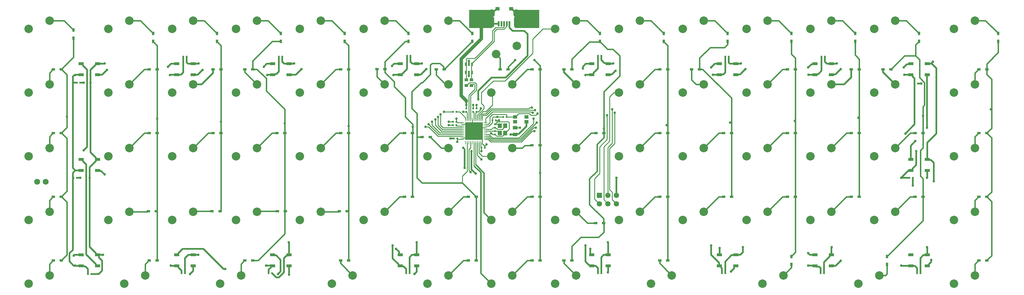
<source format=gbr>
%TF.GenerationSoftware,Altium Limited,Altium Designer,20.2.6 (244)*%
G04 Layer_Physical_Order=2*
G04 Layer_Color=16711680*
%FSLAX45Y45*%
%MOMM*%
%TF.SameCoordinates,2270FEAA-A680-44EA-805D-832D39C03FB4*%
%TF.FilePolarity,Positive*%
%TF.FileFunction,Copper,L2,Bot,Signal*%
%TF.Part,Single*%
G01*
G75*
%TA.AperFunction,Conductor*%
%ADD10C,0.50000*%
%ADD11C,0.40000*%
%ADD12C,0.25000*%
%TA.AperFunction,ComponentPad*%
%ADD16R,1.60000X1.60000*%
%ADD17C,1.60000*%
%ADD18O,1.70000X2.40000*%
%ADD19C,2.54000*%
%ADD20C,1.77800*%
%TA.AperFunction,ViaPad*%
%ADD21C,0.75000*%
%ADD22C,0.70000*%
%TA.AperFunction,SMDPad,CuDef*%
%ADD23R,1.50000X0.90000*%
%ADD24R,0.60000X1.10000*%
%ADD25R,0.80000X1.00000*%
%ADD26R,1.00000X0.80000*%
%ADD27R,0.60000X0.60000*%
%ADD28R,0.60000X0.60000*%
%ADD29R,1.00000X0.90000*%
%ADD30R,0.50000X1.60000*%
%ADD31R,2.10000X2.90000*%
%ADD32R,1.30000X1.00000*%
%ADD33R,1.15000X1.40000*%
%ADD34R,1.40000X1.00000*%
%ADD35R,1.15000X1.05000*%
%ADD36R,5.30000X5.30000*%
%ADD37R,1.05000X0.25000*%
%ADD38R,0.25000X1.05000*%
%TA.AperFunction,Conductor*%
%ADD39C,1.00000*%
%ADD40R,7.00000X5.50000*%
%ADD41R,7.25000X5.50000*%
D10*
X-1050000Y-800000D02*
Y-700000D01*
X2350000Y-927500D02*
Y-875000D01*
X-1050000Y-1150000D02*
Y-1050000D01*
X12250000Y-2600000D02*
Y-1230000D01*
X6416790Y-6826790D02*
X6446789D01*
X-12811548Y-1129783D02*
X-12800000Y-1118235D01*
X-12875000Y-6354141D02*
Y-4050000D01*
X-12845711Y-6826967D02*
X-12633033D01*
X3350000Y-4719000D02*
X3354000Y-4723000D01*
X3350000Y-4719000D02*
Y-4200000D01*
X-1125000Y-2025000D02*
Y-1900000D01*
X-400000Y420000D02*
Y460000D01*
X-480000Y340000D02*
X-400000Y420000D01*
X-520000Y340000D02*
X-480000D01*
X250000Y834999D02*
Y834999D01*
Y834999D02*
X307039Y777961D01*
X309567D01*
X365000Y722528D01*
Y495000D02*
Y722528D01*
X225000Y860000D02*
X250000Y834999D01*
X210000Y860000D02*
X225000D01*
X365000Y495000D02*
X400000Y460000D01*
X-365000Y720000D02*
Y722528D01*
X-286891Y800637D01*
X-284363D01*
X-250001Y834999D01*
X-225000D01*
X-200000Y860000D01*
X-400000Y460000D02*
X-365000Y495000D01*
Y720000D01*
X-350000Y410000D02*
X-160000D01*
X-400000Y460000D02*
X-350000Y410000D01*
X-1175000Y-3900000D02*
Y-3350000D01*
X-1225000Y-3300000D02*
X-1175000Y-3350000D01*
X-975000Y-3950000D02*
X-850000Y-4075000D01*
X-975000Y-3950000D02*
Y-3400000D01*
X9280000Y-6832500D02*
X9300000Y-6852500D01*
X9272500Y-6825000D02*
X9280000Y-6832500D01*
X194244Y-2900000D02*
X325000D01*
X438033Y-2886967D02*
X667500Y-2657500D01*
Y-2522500D01*
X325000Y-2900000D02*
X338033Y-2886967D01*
X438033D01*
X-6422500Y-6502500D02*
Y-6125000D01*
X9475000Y-1000000D02*
Y-575000D01*
X9377500Y-1097500D02*
X9475000Y-1000000D01*
X9280000Y-1117500D02*
X9300000Y-1097500D01*
X9377500D01*
X9575000Y-725000D02*
Y-575000D01*
X9637500Y-787500D02*
X9770000D01*
X9575000Y-725000D02*
X9637500Y-787500D01*
X6600000Y-1050000D02*
Y-575000D01*
X6540533Y-1109467D02*
X6600000Y-1050000D01*
X6422500Y-1117500D02*
X6430533Y-1109467D01*
X6540533D01*
X6700000Y-575000D02*
X6700000Y-575000D01*
Y-750000D02*
Y-575000D01*
X6737500Y-787500D02*
X6912500D01*
X6700000Y-750000D02*
X6737500Y-787500D01*
X2612500Y-1117500D02*
X2642500D01*
X2662500Y-1097500D01*
Y-1067500D01*
X2800000Y-930000D01*
Y-550000D01*
X2900000Y-675000D02*
Y-550000D01*
Y-675000D02*
X2994467Y-769467D01*
X3084467D02*
X3102500Y-787500D01*
X2994467Y-769467D02*
X3084467D01*
X-2900000Y-550000D02*
X-2900000Y-550000D01*
X-2900000Y-950000D02*
Y-550000D01*
X-3102500Y-1117500D02*
X-3082500Y-1097500D01*
X-3047500D01*
X-2900000Y-950000D01*
X-2800000Y-725000D02*
Y-550000D01*
X-2737500Y-787500D02*
X-2612500D01*
X-2800000Y-725000D02*
X-2737500Y-787500D01*
X-6625000Y-725000D02*
Y-575000D01*
Y-725000D02*
X-6562500Y-787500D01*
X-6422500D01*
X-6725000Y-1025000D02*
Y-575000D01*
X-6801967Y-1101967D02*
X-6725000Y-1025000D01*
X-6912500Y-1117500D02*
X-6896967Y-1101967D01*
X-6801967D01*
X-9475000Y-750000D02*
Y-575000D01*
X-9437500Y-787500D02*
X-9280000D01*
X-9475000Y-750000D02*
X-9437500Y-787500D01*
X-9575000Y-1050000D02*
Y-575000D01*
X-9642500Y-1117500D02*
X-9575000Y-1050000D01*
X-9770000Y-1117500D02*
X-9642500D01*
X-12350000Y-1350000D02*
Y-975000D01*
Y-3432500D02*
Y-1350000D01*
X-12650000D02*
X-12550000D01*
X-12875000Y-1350000D02*
Y-1166790D01*
Y-3900000D02*
Y-1350000D01*
X-12875000Y-1350000D02*
X-12750000D01*
X-12875000Y-1350000D02*
X-12875000Y-1350000D01*
X-12111967Y-6502500D02*
X-11977500D01*
X-12350000Y-3432500D02*
X-12187500Y-3595000D01*
X-12350000Y-975000D02*
X-12162500Y-787500D01*
X-12375000Y-4200708D02*
Y-3882500D01*
Y-6265000D02*
Y-4200708D01*
X-12750000Y-4200000D02*
X-12650000D01*
X-12137500Y-6502500D02*
X-12111967D01*
X-12091967Y-6522500D01*
Y-6583033D02*
Y-6522500D01*
Y-6583033D02*
X-12000000Y-6675000D01*
Y-6975000D02*
Y-6675000D01*
X-12325000Y-7075000D02*
X-12100000D01*
X-12000000Y-6975000D01*
X-12627500Y-6832500D02*
X-12610000Y-6850000D01*
X-12500000D01*
X-12425000Y-7075000D02*
Y-6925000D01*
X-12500000Y-6850000D02*
X-12425000Y-6925000D01*
X-12827499Y-6502500D02*
X-12627500D01*
X-12850000Y-6525000D02*
X-12827499Y-6502500D01*
X-12975000Y-6697677D02*
X-12845711Y-6826967D01*
X-12975000Y-6697677D02*
Y-6454141D01*
X-12875000Y-6354141D01*
X-12633033Y-6826967D02*
X-12627500Y-6832500D01*
X-9282500Y-6500000D02*
X-9280000Y-6502500D01*
X-9425000Y-6500000D02*
X-9282500D01*
X-9525000Y-7050000D02*
Y-6600000D01*
X-9425000Y-6500000D01*
X-9625000Y-7050000D02*
Y-6977501D01*
X-9720000Y-6882500D02*
X-9625000Y-6977501D01*
X-9720000Y-6882500D02*
Y-6852500D01*
X-9740000Y-6832500D02*
X-9720000Y-6852500D01*
X-9770000Y-6832500D02*
X-9740000D01*
X-6442500Y-6522500D02*
X-6422500Y-6502500D01*
X-6497500Y-6522500D02*
X-6442500D01*
X-6575000Y-6600000D02*
X-6497500Y-6522500D01*
X-6575000Y-7025000D02*
Y-6600000D01*
X-6725000Y-7175000D02*
X-6575000Y-7025000D01*
X-6675000Y-7000000D02*
Y-6650000D01*
X-6750000Y-7075000D02*
X-6675000Y-7000000D01*
X-6804467Y-6520533D02*
X-6675000Y-6650000D01*
X-6422500Y-7097500D02*
Y-6832500D01*
X-6422509Y-7097509D02*
X-6422500Y-7097500D01*
X-6800000Y-7175000D02*
X-6725000D01*
X-6925000Y-7050000D02*
X-6800000Y-7175000D01*
X-7025000Y-7050000D02*
Y-6945000D01*
X-6962500Y-6882500D01*
Y-6852500D01*
X-6942500Y-6832500D01*
X-6912500D01*
X-2752500Y-6502500D02*
X-2612500D01*
X-2825000Y-6575000D02*
X-2752500Y-6502500D01*
X-2825000Y-7050000D02*
Y-6575000D01*
X-3102500Y-6832500D02*
X-3085000Y-6850000D01*
X-3000000D01*
X-2925000Y-7050000D02*
Y-6925000D01*
X-3000000Y-6850000D02*
X-2925000Y-6925000D01*
X2972500Y-6502500D02*
X3102500D01*
X2900000Y-6575000D02*
X2972500Y-6502500D01*
X2900000Y-7050000D02*
Y-6575000D01*
X2612500Y-6832500D02*
X2613210Y-6833210D01*
X2733210D01*
X2800000Y-6900000D01*
Y-7050000D02*
Y-6900000D01*
X6906967Y-6508033D02*
X6912500Y-6502500D01*
X6791967Y-6508033D02*
X6906967D01*
X6600000Y-6700000D02*
X6791967Y-6508033D01*
X6600000Y-7050000D02*
Y-6700000D01*
X6500000Y-7050000D02*
Y-6910001D01*
X6472500Y-6882500D02*
X6500000Y-6910001D01*
X6472500Y-6882500D02*
Y-6852500D01*
X6446789Y-6826790D02*
X6472500Y-6852500D01*
X9300000D02*
X9402501D01*
X9450000Y-7050000D02*
Y-6900000D01*
X9402501Y-6852500D02*
X9450000Y-6900000D01*
X12616967Y-6513033D02*
X12627500Y-6502500D01*
X12511967Y-6513033D02*
X12616967D01*
X12425000Y-6600000D02*
X12511967Y-6513033D01*
X12425000Y-7050000D02*
Y-6600000D01*
X12137500Y-6832500D02*
X12138210Y-6833210D01*
X12258210D01*
X12325000Y-6900000D01*
Y-7050000D02*
Y-6900000D01*
X9550000Y-7050000D02*
Y-6722500D01*
X9720000Y-6552500D01*
Y-6522500D01*
X9740000Y-6502500D01*
X9770000D01*
X11850000Y-6825000D02*
X11850000Y-6825000D01*
X12200000Y-4425000D02*
Y-4200000D01*
X11850000D02*
X12100000D01*
X7068750Y-781250D02*
X7075000Y-775000D01*
X7062500Y-787500D02*
X7068750Y-781250D01*
X-2612500Y-6137500D02*
X-2606250Y-6131250D01*
X12350000Y-1375000D02*
X12450000D01*
X12627500Y-787500D02*
X12762500D01*
X12900000Y-2875000D02*
Y-925000D01*
X12762500Y-787500D02*
X12900000Y-925000D01*
X12745533Y-779467D02*
X12800000Y-725000D01*
X-1600000Y-3025000D02*
X-1500000D01*
X12117500Y-3995000D02*
X12137500Y-3975000D01*
X12055000Y-3995000D02*
X12117500D01*
X11850000Y-4200000D02*
X12055000Y-3995000D01*
X12825000Y-4300000D02*
Y-3750000D01*
X12627500Y-3645000D02*
X12644283Y-3661783D01*
X12736783D01*
X12825000Y-3750000D01*
X-9280000Y-787500D02*
X-9130000D01*
X-6422500D02*
X-6272500D01*
X-2612500D02*
X-2462500D01*
X3102500D02*
X3252500D01*
X9770000D02*
X9920000D01*
X6912500D02*
X7062500D01*
X-3350000Y-852500D02*
Y-850000D01*
X-12137500Y-787500D02*
X-11937500D01*
X-12162500D02*
X-12137500D01*
X-11937500D02*
X-11925000Y-775000D01*
X-10032500Y-875000D02*
X-9945000Y-787500D01*
X-9770000D01*
X-7175000Y-875000D02*
X-7087500Y-787500D01*
X-6912500D01*
X-12000000Y-1117500D02*
X-11857500Y-975000D01*
X-12137500Y-1117500D02*
X-12000000D01*
X-9280000D02*
X-9142500D01*
X-9000000Y-975000D01*
X-8692500Y-1067500D02*
Y-952500D01*
X-9027917Y-1402917D02*
X-8692500Y-1067500D01*
X-9283111Y-1402917D02*
X-9027917D01*
X-6422500Y-1117500D02*
X-6217500D01*
X-6050000Y-950000D01*
X-3287500Y-787500D02*
X-3102500D01*
X-3350000Y-850000D02*
X-3287500Y-787500D01*
X11310000Y-1041028D02*
X11671889Y-1402917D01*
X11310000Y-1041028D02*
Y-952500D01*
X-7060735Y-1117500D02*
X-6912500D01*
X-7068235Y-1125000D02*
X-7060735Y-1117500D01*
X-7075000Y-1125000D02*
X-7068235D01*
X-9960735Y-1117500D02*
X-9770000D01*
X-9968235Y-1125000D02*
X-9960735Y-1117500D01*
X-9975000Y-1125000D02*
X-9968235D01*
X-12837994Y-1129783D02*
X-12811548D01*
X-12788452Y-1120217D02*
X-12785735Y-1117500D01*
X-12875000Y-1166790D02*
X-12837994Y-1129783D01*
X-12797284Y-1120217D02*
X-12788452D01*
X-12800000Y-1118235D02*
Y-1117500D01*
X-12785735D02*
X-12627500D01*
X-12800000D02*
X-12797284Y-1120217D01*
X-3285735Y-1117500D02*
X-3102500D01*
X-3293235Y-1125000D02*
X-3285735Y-1117500D01*
X-3300000Y-1125000D02*
X-3293235D01*
X2437500Y-787500D02*
X2612500D01*
X2350000Y-875000D02*
X2437500Y-787500D01*
X-2612500Y-1117500D02*
X-2611789Y-1116789D01*
X-2491789D01*
X-2325000Y-950000D01*
X1785000Y-1041028D02*
X2146889Y-1402917D01*
X1785000Y-1041028D02*
Y-952500D01*
X6287500Y-787500D02*
X6422500D01*
X6175000Y-900000D02*
X6287500Y-787500D01*
X3102500Y-1117500D02*
X3113033Y-1106967D01*
X3218033D01*
X3325000Y-1000000D01*
X9075000Y-900000D02*
X9174467Y-800533D01*
X9274467D01*
X9287500Y-787500D01*
X7039283Y-1110717D02*
X7200000Y-950000D01*
X6926784Y-1110717D02*
X7039283D01*
X6920000Y-1117500D02*
X6926784Y-1110717D01*
X9770000Y-1117500D02*
X9776784Y-1110717D01*
X9889283D01*
X10050000Y-950000D01*
X12124467Y-800533D02*
X12137500Y-787500D01*
X12024467Y-800533D02*
X12124467D01*
X11925000Y-900000D02*
X12024467Y-800533D01*
X12626250Y-4198750D02*
X12627500Y-4197500D01*
X12625000Y-4200000D02*
X12626250Y-4198750D01*
X12627500Y-4197500D02*
Y-3975000D01*
X-8975000Y-6325000D02*
X-8375000Y-6925000D01*
X-8325000D01*
X-9592500Y-6325000D02*
X-8975000D01*
X-9127500Y-6502500D02*
X-9126250Y-6501250D01*
X-9280000Y-6502500D02*
X-9127500D01*
X-9770000D02*
X-9740000D01*
X-9720000Y-6482500D01*
Y-6452500D01*
X-9592500Y-6325000D01*
X-9280000Y-6980000D02*
Y-6832500D01*
X-9375000Y-7075000D02*
X-9280000Y-6980000D01*
X-9950000Y-6825000D02*
X-9943235D01*
X-9935735Y-6832500D02*
X-9770000D01*
X-9943235Y-6825000D02*
X-9935735Y-6832500D01*
X-6912500Y-6502500D02*
X-6894467Y-6520533D01*
X-6804467D01*
X-2612500Y-7012500D02*
Y-6832500D01*
X-2675000Y-7075000D02*
X-2612500Y-7012500D01*
X-3118033Y-6502500D02*
X-3102500D01*
X-3138033Y-6482500D02*
X-3118033Y-6502500D01*
X-3138033Y-6482500D02*
Y-6411967D01*
X-3225000Y-6325000D02*
X-3138033Y-6411967D01*
X3101250Y-7023750D02*
X3102500Y-7022500D01*
X3100000Y-7025000D02*
X3101250Y-7023750D01*
X3102500Y-7022500D02*
Y-6832500D01*
X2595000Y-6502500D02*
X2612500D01*
X2575000Y-6482500D02*
X2595000Y-6502500D01*
X2575000Y-6482500D02*
Y-6325000D01*
X6884467Y-6832500D02*
X6912500D01*
X6864467Y-6852500D02*
X6884467Y-6832500D01*
X6864467Y-6910533D02*
Y-6852500D01*
X6775000Y-7000000D02*
X6864467Y-6910533D01*
X6422500Y-6502500D02*
X6429394Y-6495606D01*
Y-6300000D01*
X9770000Y-6832500D02*
X9892500D01*
X10050000Y-6675000D01*
X9127500Y-6502500D02*
X9280000D01*
X9075000Y-6450000D02*
X9127500Y-6502500D01*
X12627500Y-6832500D02*
X12657500D01*
X12677500Y-6812500D01*
Y-6782500D01*
X12750000Y-6710001D01*
Y-6650000D01*
X11975000Y-2875000D02*
X12250000Y-2600000D01*
X12137500Y-3975000D02*
X12167500D01*
X12187500Y-3955000D01*
Y-3925000D01*
X12300000Y-3812500D01*
Y-3400000D01*
X12137500Y-1117500D02*
X12167500D01*
X12187500Y-1137500D01*
Y-1167500D02*
Y-1137500D01*
Y-1167500D02*
X12250000Y-1230000D01*
X12625000Y-1120001D02*
X12627500Y-1117500D01*
X12625000Y-2700000D02*
Y-1120001D01*
X12137500Y-3237500D02*
X12275000Y-3100000D01*
X12137500Y-3645000D02*
Y-3237500D01*
X9770000Y-6502500D02*
Y-6280000D01*
X9775000Y-6275000D01*
X7125000Y-6425000D02*
Y-6275000D01*
X6912500Y-6502500D02*
X7047500D01*
X7125000Y-6425000D01*
X3102500Y-6502500D02*
Y-6127500D01*
X-2612500Y-6502500D02*
Y-6137500D01*
X-11977500Y-6502500D02*
X-11976250Y-6501250D01*
X6175000Y-6500000D02*
Y-6225000D01*
X12627500Y-6502500D02*
Y-6277500D01*
Y-3645000D02*
Y-3147500D01*
X12900000Y-2875000D01*
X9075000Y-6825000D02*
X9272500D01*
X11864265Y-6832500D02*
X12137500D01*
X11856765Y-6825000D02*
X11864265Y-6832500D01*
X11850000Y-6825000D02*
X11856765D01*
X6175000Y-6500000D02*
X6416790Y-6741790D01*
Y-6826790D02*
Y-6741790D01*
X2425000Y-6700000D02*
Y-6225000D01*
X2592500Y-6812500D02*
X2612500Y-6832500D01*
X2537500Y-6812500D02*
X2592500D01*
X2425000Y-6700000D02*
X2537500Y-6812500D01*
X-3325000Y-6610000D02*
Y-6225000D01*
X-3132500Y-6832500D02*
X-3102500D01*
X-3152500Y-6812500D02*
X-3132500Y-6832500D01*
X-3152500Y-6812500D02*
Y-6782500D01*
X-3325000Y-6610000D02*
X-3152500Y-6782500D01*
X-6920000Y-6825000D02*
X-6912500Y-6832500D01*
X-7104367Y-6825000D02*
X-6920000D01*
X10357500Y-1192500D02*
Y-952500D01*
X10147083Y-1402917D02*
X10357500Y-1192500D01*
X9766889Y-1402917D02*
X10147083D01*
X9082500Y-1117500D02*
X9280000D01*
X6232500D02*
X6422500D01*
X2439265D02*
X2612500D01*
X2431765Y-1125000D02*
X2439265Y-1117500D01*
X2425000Y-1125000D02*
X2431765D01*
X11942500Y-1117500D02*
X12137500D01*
X-12137500Y-3975000D02*
X-12118217Y-3994283D01*
X-12030717D01*
X-11925000Y-4100000D01*
X-12627500Y-6502500D02*
X-12597500D01*
X-12577500Y-6522500D01*
X-12167500Y-6832500D02*
X-12137500D01*
X-12187500Y-6812500D02*
X-12167500Y-6832500D01*
X-12187500Y-6812500D02*
Y-6782500D01*
X-12475000Y-6495000D02*
X-12187500Y-6782500D01*
X-12627500Y-3645000D02*
X-12597500D01*
X-12577500Y-3665000D01*
Y-3695000D02*
Y-3665000D01*
Y-3695000D02*
X-12475000Y-3797500D01*
Y-6495000D02*
Y-3797500D01*
X-12550000Y-3375000D02*
X-12450000Y-3275000D01*
X-12627500Y-787500D02*
X-12597500D01*
X-12577500Y-807500D01*
Y-837500D02*
Y-807500D01*
Y-837500D02*
X-12450000Y-965000D01*
Y-3275000D02*
Y-965000D01*
X-12187500Y-3695000D02*
Y-3665000D01*
X-12375000Y-3882500D02*
X-12187500Y-3695000D01*
X-12167500Y-3645000D02*
X-12137500D01*
X-12187500Y-3625000D02*
X-12167500Y-3645000D01*
X-12187500Y-3625000D02*
Y-3595000D01*
Y-3665000D02*
X-12167500Y-3645000D01*
Y-6502500D02*
X-12137500D01*
X-12187500Y-6482500D02*
X-12167500Y-6502500D01*
X-12187500Y-6482500D02*
Y-6452500D01*
X-12375000Y-6265000D02*
X-12187500Y-6452500D01*
X-12875000Y-3900000D02*
X-12800000Y-3975000D01*
X-12627501D02*
X-12627500Y-3975000D01*
X-12800000Y-3975000D02*
X-12627501D01*
X-12875000Y-4050000D02*
X-12800000Y-3975000D01*
X-375000Y-1200000D02*
X50000D01*
X700000Y-550000D01*
X-775000Y-1600000D02*
X-375000Y-1200000D01*
X-775000Y-1850000D02*
Y-1600000D01*
X700000Y-550000D02*
Y100000D01*
X250000Y200000D02*
X600000D01*
X700000Y100000D01*
X160000Y290000D02*
Y410000D01*
Y290000D02*
X250000Y200000D01*
D11*
X2977500Y-2857500D02*
Y-1622500D01*
Y-2997500D02*
Y-2857500D01*
X2775000Y-3200000D02*
X2977500Y-2997500D01*
X2775000Y-4000000D02*
Y-3200000D01*
X2550000Y-5000000D02*
Y-4225000D01*
X2775000Y-4000000D01*
X2550000Y-5000000D02*
X2970000Y-5420000D01*
X2977500Y-5822500D02*
Y-5550000D01*
X2970000D02*
Y-5420000D01*
X1070000Y-3225000D02*
X1072500D01*
Y-4762500D02*
Y-3225000D01*
X1080000D01*
X1072500D02*
Y-952500D01*
Y-847500D01*
X2146889Y-5212917D02*
X2483972Y-5550000D01*
X2730000D01*
X2545000Y-130000D02*
X2857500D01*
X2970000Y-5550000D02*
X2977500D01*
X2295072Y-5979928D02*
X2820072D01*
X2977500Y-5822500D01*
X-5473111Y-5212917D02*
X-4932917D01*
X-4920000Y-5200000D01*
X-4642500Y-5400000D02*
Y-4762500D01*
X-10357500Y-5450000D02*
Y-4762500D01*
Y-2857500D01*
Y-2432380D01*
X-11188111Y-5212917D02*
X-10632917D01*
X-10620000Y-5200000D01*
X-7378111Y-5212917D02*
X-7365194Y-5200000D01*
X-6770000D01*
X-6547500Y-5300000D02*
Y-4762500D01*
X-9270194Y-5200000D02*
X-8720000D01*
X-9283111Y-5212917D02*
X-9270194Y-5200000D01*
X-8452500Y-5180000D02*
Y-2857500D01*
X-8480000Y-5200000D02*
X-8472500D01*
X-8452500Y-5180000D01*
X-10357500Y-2432380D02*
Y-952500D01*
X-4642500Y-2652501D02*
Y-952500D01*
X-6547500Y-2573179D02*
Y-2152500D01*
X-8452500Y-2520806D02*
Y-952500D01*
X-850000Y-3800000D02*
X-600000Y-4050000D01*
X-700000Y-7047000D02*
Y-4040000D01*
X-890000Y-3850000D02*
X-700000Y-4040000D01*
X-600000Y-5242000D02*
Y-4050000D01*
X12400000Y-1200000D02*
X12550000Y-1350000D01*
X12502500Y-2857500D02*
Y-2346880D01*
X12550000Y-2025000D02*
Y-1350000D01*
X12502500Y-2346880D02*
Y-2072500D01*
X12550000Y-2025000D01*
X12400000Y-1200000D02*
Y-667901D01*
X900000Y-675000D02*
X1072500Y-847500D01*
X120000Y-952500D02*
X124069Y-948431D01*
Y-875931D01*
X325000Y-675000D01*
X-600000Y-5242000D02*
X-381000Y-5461000D01*
X-700000Y-7047000D02*
X-381000Y-7366000D01*
X542083Y-3307917D02*
X619668Y-3230332D01*
X824668D02*
X830000Y-3225000D01*
X619668Y-3230332D02*
X824668D01*
X8692500Y-2857500D02*
Y-952500D01*
X-2725000Y-2676756D02*
Y-2600000D01*
Y-2845000D02*
Y-2676756D01*
X-1872083Y-3307917D02*
X-1663111D01*
X-2205000Y-2975000D02*
X-2195000D01*
X-2175000Y-2995000D01*
Y-3005000D02*
Y-2995000D01*
Y-3005000D02*
X-1872083Y-3307917D01*
X-2600000Y-2969315D02*
Y-2275000D01*
X-2750000Y-2125000D02*
X-2600000Y-2275000D01*
Y-4200000D02*
Y-2969315D01*
X-2594315Y-2975000D02*
X-2445000D01*
X-2600000Y-2969315D02*
X-2594315Y-2975000D01*
X-6547500Y-2857500D02*
Y-2573179D01*
X-8452500Y-2857500D02*
Y-2520806D01*
X-7740000Y-1041028D02*
X-7378111Y-1402917D01*
X-7740000Y-1041028D02*
Y-952500D01*
X-1704058Y-1361970D02*
X-1663111Y-1402917D01*
X-1788030Y-1361970D02*
X-1704058D01*
X-2025000Y-1125000D02*
X-1788030Y-1361970D01*
X-2025000Y-1125000D02*
Y-952500D01*
X-1807426Y-932500D02*
X-1755000D01*
X-2475000Y-1350000D02*
X-2443767D01*
X-1807426Y-932500D02*
Y-880073D01*
X-1912500Y-775000D02*
X-1807426Y-880073D01*
X-2150000Y-775000D02*
X-1912500D01*
X-2200000Y-1106233D02*
Y-825000D01*
X-2150000Y-775000D01*
X-2443767Y-1350000D02*
X-2200000Y-1106233D01*
X-7770000Y-6687500D02*
X-7750000Y-6667500D01*
X-7854361Y-6781861D02*
X-7770000Y-6697500D01*
Y-6687500D01*
X-7854361Y-7117917D02*
Y-6781861D01*
X-7750000Y-6667500D02*
X-7740000D01*
X12425000Y-4150000D02*
Y-3375000D01*
Y-4150000D02*
X12502500Y-4227500D01*
X12425000Y-3375000D02*
X12500000Y-3300000D01*
Y-2860000D01*
X12282099Y-220401D02*
X12352500Y-150000D01*
X12282099Y-550000D02*
Y-220401D01*
Y-550000D02*
X12400000Y-667901D01*
X11952500Y-550000D02*
X12282099D01*
X11550000Y-952500D02*
X11560000D01*
X11580000Y-932500D01*
Y-922500D01*
X11952500Y-550000D01*
X12502500Y-4762500D02*
Y-4227500D01*
X12500000Y-2860000D02*
X12502500Y-2857500D01*
X2025000Y-6250000D02*
X2295072Y-5979928D01*
X2025000Y-6667500D02*
Y-6250000D01*
X4882500Y-2857500D02*
Y-952500D01*
X6787500Y-2857500D02*
Y-1812500D01*
X10597500Y-2857500D02*
Y-952500D01*
X14550000Y-2715000D02*
Y-1250000D01*
X-10357500Y-6667500D02*
Y-5450000D01*
X2025000Y-650000D02*
X2545000Y-130000D01*
X2025000Y-952500D02*
Y-650000D01*
X2857500Y-130000D02*
X2877500Y-150000D01*
X2887500D01*
X3087500Y-350000D01*
X3250000D01*
X3450000Y-1150000D02*
Y-550000D01*
X3250000Y-350000D02*
X3450000Y-550000D01*
X2977500Y-1622500D02*
X3450000Y-1150000D01*
X1072500Y-6667500D02*
Y-4762500D01*
X-2600000Y-4200000D02*
X-2450000Y-4350000D01*
X-842500Y-4762500D02*
X-832500D01*
X-862500Y-4742500D02*
X-842500Y-4762500D01*
X-862500Y-4742500D02*
Y-4732500D01*
X-1245000Y-4350000D02*
X-862500Y-4732500D01*
X-2450000Y-4350000D02*
X-1245000D01*
X-832500Y-6667500D02*
Y-4762500D01*
X-2950000Y-2375000D02*
Y-1800000D01*
Y-2375000D02*
X-2725000Y-2600000D01*
X-2737500Y-2857500D02*
X-2725000Y-2845000D01*
X-2750000Y-1625000D02*
X-2475000Y-1350000D01*
X-2750000Y-2125000D02*
Y-1625000D01*
X-952500Y-130000D02*
Y-120000D01*
X-972500Y-150000D02*
X-952500Y-130000D01*
X-982500Y-150000D02*
X-972500D01*
X-1755000Y-922500D02*
X-982500Y-150000D01*
X-1755000Y-932500D02*
Y-922500D01*
X-4642500Y-2857500D02*
Y-2652501D01*
X-13050000Y-2373279D02*
Y-1117500D01*
Y-2692500D02*
Y-2373279D01*
X12352500Y-150000D02*
X12362500D01*
X12382500Y-130000D01*
Y-120000D01*
X11430000Y-6547500D02*
Y-6537500D01*
X11450000Y-6517500D01*
X11460000D01*
X12502500Y-5475000D01*
Y-4762500D01*
X11430000Y-7070000D02*
Y-6787500D01*
X11382083Y-7117917D02*
X11430000Y-7070000D01*
X11195639Y-7117917D02*
X11382083D01*
X8572500Y-497500D02*
Y-120000D01*
X8692500Y-952500D02*
Y-617500D01*
X8572500Y-497500D02*
X8692500Y-617500D01*
Y-4762500D02*
Y-2857500D01*
X8572500Y-6547500D02*
Y-6537500D01*
X8592500Y-6517500D01*
X8602500D01*
X8692500Y-6427500D01*
Y-4762500D01*
X8338139Y-7117917D02*
X8572500Y-6883556D01*
Y-6787500D01*
X6787500Y-4762500D02*
Y-2857500D01*
X5927500Y-952500D02*
X6787500Y-1812500D01*
X5835000Y-952500D02*
X5927500D01*
X6667500Y-207500D02*
Y-120000D01*
X6575000Y-300000D02*
X6667500Y-207500D01*
X6150000Y-300000D02*
X6575000D01*
X5835000Y-952500D02*
Y-615000D01*
X6150000Y-300000D01*
X5595000Y-1270000D02*
X5727917Y-1402917D01*
X5595000Y-1270000D02*
Y-952500D01*
X5727917Y-1402917D02*
X5956889D01*
X-6547500Y-4762500D02*
Y-2857500D01*
Y-5872500D02*
Y-5300000D01*
X-7500000Y-6667500D02*
X-7342500D01*
X-6547500Y-5872500D01*
X-7100000Y-1600000D02*
X-6547500Y-2152500D01*
X-7372500Y-952500D02*
X-7100000Y-1225000D01*
Y-1600000D02*
Y-1225000D01*
X-7500000Y-952500D02*
X-7372500D01*
X-7500000Y-700000D02*
X-6920000Y-120000D01*
X-7500000Y-952500D02*
Y-700000D01*
X-6920000Y-120000D02*
X-6667500D01*
X-2737500Y-4762500D02*
Y-2857500D01*
X-3275000Y-1475000D02*
X-2950000Y-1800000D01*
X-3275000Y-1475000D02*
Y-1325000D01*
X-3555000Y-1045000D02*
Y-950000D01*
Y-1045000D02*
X-3275000Y-1325000D01*
X-2945000Y-120000D02*
X-2857500D01*
X-3555000Y-730000D02*
X-2945000Y-120000D01*
X-3555000Y-950000D02*
Y-730000D01*
X-3795000Y-1176028D02*
X-3568111Y-1402917D01*
X-3795000Y-1176028D02*
Y-950000D01*
X241889Y-1402917D02*
X692306Y-952500D01*
X832500D01*
X-120000D02*
Y-623972D01*
X-241889Y-502083D02*
X-120000Y-623972D01*
X241889Y-3307917D02*
X542083D01*
X14437500Y-2827500D02*
X14550000Y-2715000D01*
X14437500Y-2837500D02*
Y-2827500D01*
X14407500Y-1107500D02*
Y-792500D01*
X14417500Y-2857500D02*
X14437500Y-2837500D01*
Y-2887500D02*
Y-2877500D01*
X14550000Y-4620000D02*
Y-3000000D01*
X14437500Y-2887500D02*
X14550000Y-3000000D01*
X14407500Y-792500D02*
X14750000Y-450000D01*
Y-120000D01*
X14407500Y-1107500D02*
X14550000Y-1250000D01*
X10597500Y-4762500D02*
Y-2857500D01*
Y-952500D02*
X10600000Y-950000D01*
Y-650000D01*
X10477500Y-527500D02*
Y-120000D01*
Y-527500D02*
X10600000Y-650000D01*
X4642500Y-6756028D02*
X5004389Y-7117917D01*
X4642500Y-6756028D02*
Y-6667500D01*
X4882500Y-4762500D02*
Y-2857500D01*
Y-6667500D02*
Y-4762500D01*
X4762500Y-130000D02*
Y-120000D01*
Y-130000D02*
X4782500Y-150000D01*
X4792500D01*
X4882500Y-240000D01*
Y-952500D02*
Y-240000D01*
X1785000Y-6756028D02*
X2146889Y-7117917D01*
X1785000Y-6756028D02*
Y-6667500D01*
X241889Y-7117917D02*
X692306Y-6667500D01*
X832500D01*
X-1663111Y-7117917D02*
X-1212694Y-6667500D01*
X-1072500D01*
X-4882500Y-6756028D02*
X-4520611Y-7117917D01*
X-4882500Y-6756028D02*
Y-6667500D01*
X-4642500Y-4762500D02*
Y-2857500D01*
Y-6667500D02*
Y-5400000D01*
X-4762500Y-130000D02*
Y-120000D01*
Y-130000D02*
X-4742500Y-150000D01*
X-4732500D01*
X-4642500Y-240000D01*
Y-952500D02*
Y-240000D01*
X-8572500Y-130000D02*
Y-120000D01*
Y-130000D02*
X-8552500Y-150000D01*
X-8542500D01*
X-8452500Y-240000D01*
Y-952500D02*
Y-240000D01*
X-10477500Y-130000D02*
Y-120000D01*
Y-130000D02*
X-10457500Y-150000D01*
X-10447500D01*
X-10357500Y-240000D01*
Y-952500D02*
Y-240000D01*
X-13214999Y-952500D02*
X-13205000D01*
X-13185001Y-932500D01*
Y-922500D01*
X-12850000Y-587500D01*
Y-20000D01*
X-13205000Y-952500D02*
X-13185001Y-972500D01*
Y-982500D02*
Y-972500D01*
Y-982500D02*
X-13050000Y-1117500D01*
X-13214999Y-2857500D02*
X-13205000D01*
X-13185001Y-2837500D01*
Y-2827500D01*
X-13050000Y-2692500D01*
X-13205000Y-2857500D02*
X-13185001Y-2877500D01*
Y-2887500D02*
Y-2877500D01*
Y-2887500D02*
X-13050000Y-3022500D01*
Y-4597500D02*
Y-3022500D01*
X-13214999Y-4762500D02*
X-13205000D01*
X-13185001Y-4742500D01*
Y-4732500D01*
X-13050000Y-4597500D01*
X-13205000Y-4762500D02*
X-13185001Y-4782500D01*
Y-4792500D02*
Y-4782500D01*
Y-4792500D02*
X-13050000Y-4927500D01*
Y-6502500D02*
Y-4927500D01*
X-13214999Y-6667500D02*
X-13205000D01*
X-13185001Y-6647500D01*
Y-6637500D01*
X-13050000Y-6502500D01*
X-13569360Y502083D02*
X-13132083D01*
X-12880000Y250000D01*
X-12870000D01*
X-12850000Y230000D01*
Y220000D02*
Y230000D01*
X-11188111Y502083D02*
X-10859583D01*
X-10507500Y150000D01*
X-10497500D01*
X-10477500Y130000D01*
Y120000D02*
Y130000D01*
X-9283111Y502083D02*
X-8954583D01*
X-8602500Y150000D01*
X-8592500D01*
X-8572500Y130000D01*
Y120000D02*
Y130000D01*
X-7378111Y502083D02*
X-7049583D01*
X-6697500Y150000D01*
X-6687500D01*
X-6667500Y130000D01*
Y120000D02*
Y130000D01*
X-5473111Y502083D02*
X-5144583D01*
X-4792500Y150000D01*
X-4782500D01*
X-4762500Y130000D01*
Y120000D02*
Y130000D01*
X-3568111Y502083D02*
X-3239583D01*
X-2887500Y150000D01*
X-2877500D01*
X-2857500Y130000D01*
Y120000D02*
Y130000D01*
X-1663111Y502083D02*
X-1334583D01*
X-982500Y150000D01*
X-972500D01*
X-952500Y130000D01*
Y120000D02*
Y130000D01*
X2146889Y502083D02*
X2475417D01*
X2827500Y150000D01*
X2837500D01*
X2857500Y130000D01*
Y120000D02*
Y130000D01*
X4051889Y502083D02*
X4380417D01*
X4732500Y150000D01*
X4742500D01*
X4762500Y130000D01*
Y120000D02*
Y130000D01*
X5956889Y502083D02*
X6285417D01*
X6637500Y150000D01*
X6647500D01*
X6667500Y130000D01*
Y120000D02*
Y130000D01*
X7861889Y502083D02*
X8190417D01*
X8542500Y150000D01*
X8552500D01*
X8572500Y130000D01*
Y120000D02*
Y130000D01*
X9766889Y502083D02*
X10095417D01*
X10447500Y150000D01*
X10457500D01*
X10477500Y130000D01*
Y120000D02*
Y130000D01*
X11671889Y502083D02*
X12000417D01*
X12352500Y150000D01*
X12362500D01*
X12382500Y130000D01*
Y120000D02*
Y130000D01*
X14407500Y-6667500D02*
X14417500D01*
X14437500Y-6647500D01*
Y-6637500D01*
X14550000Y-6525000D01*
X14407500Y-4762500D02*
X14417500D01*
X14437500Y-4782500D01*
Y-4792500D02*
Y-4782500D01*
Y-4792500D02*
X14550000Y-4905000D01*
Y-6525000D02*
Y-4905000D01*
X14417500Y-4762500D02*
X14437500Y-4742500D01*
Y-4732500D01*
X14550000Y-4620000D01*
X14407500Y-2857500D02*
X14417500D01*
X14437500Y-2877500D01*
X14053139Y502083D02*
X14367917D01*
X14720000Y150000D01*
X14730000D01*
X14750000Y130000D01*
Y120000D02*
Y130000D01*
X14053139Y-1402917D02*
Y-1066861D01*
X14137500Y-982500D01*
Y-972500D01*
X14157500Y-952500D01*
X14167500D01*
X14053139Y-3307917D02*
Y-2971861D01*
X14137500Y-2887500D01*
Y-2877500D01*
X14157500Y-2857500D01*
X14167500D01*
X14053139Y-5212917D02*
Y-4876861D01*
X14137500Y-4792500D01*
Y-4782500D01*
X14157500Y-4762500D01*
X14167500D01*
X14053139Y-7117917D02*
Y-6781861D01*
X14137500Y-6697500D01*
Y-6687500D01*
X14157500Y-6667500D01*
X14167500D01*
X8312306Y-952500D02*
X8452500D01*
X7861889Y-1402917D02*
X8312306Y-952500D01*
X4502306D02*
X4642500D01*
X4051889Y-1402917D02*
X4502306Y-952500D01*
X2597306Y-2857500D02*
X2737500D01*
X2146889Y-3307917D02*
X2597306Y-2857500D01*
X4502306D02*
X4642500D01*
X4051889Y-3307917D02*
X4502306Y-2857500D01*
X6407306D02*
X6547500D01*
X5956889Y-3307917D02*
X6407306Y-2857500D01*
X8312306D02*
X8452500D01*
X7861889Y-3307917D02*
X8312306Y-2857500D01*
X10217306D02*
X10357500D01*
X9766889Y-3307917D02*
X10217306Y-2857500D01*
X12122306D02*
X12262500D01*
X11671889Y-3307917D02*
X12122306Y-2857500D01*
Y-4762500D02*
X12262500D01*
X11671889Y-5212917D02*
X12122306Y-4762500D01*
X10217306D02*
X10357500D01*
X9766889Y-5212917D02*
X10217306Y-4762500D01*
X8312306D02*
X8452500D01*
X7861889Y-5212917D02*
X8312306Y-4762500D01*
X6407306D02*
X6547500D01*
X5956889Y-5212917D02*
X6407306Y-4762500D01*
X4502306D02*
X4642500D01*
X4051889Y-5212917D02*
X4502306Y-4762500D01*
X692306D02*
X832500D01*
X241889Y-5212917D02*
X692306Y-4762500D01*
X-5022694Y-952500D02*
X-4882500D01*
X-5473111Y-1402917D02*
X-5022694Y-952500D01*
X-3117694Y-2857500D02*
X-2977500D01*
X-3568111Y-3307917D02*
X-3117694Y-2857500D01*
X-1212694Y-4762500D02*
X-1072500D01*
X-1663111Y-5212917D02*
X-1212694Y-4762500D01*
X-3117694D02*
X-2977500D01*
X-3568111Y-5212917D02*
X-3117694Y-4762500D01*
X-5022694Y-2857500D02*
X-4882500D01*
X-5473111Y-3307917D02*
X-5022694Y-2857500D01*
X-6927694D02*
X-6787500D01*
X-7378111Y-3307917D02*
X-6927694Y-2857500D01*
X-8832694D02*
X-8692500D01*
X-9283111Y-3307917D02*
X-8832694Y-2857500D01*
X-10737694Y-952500D02*
X-10597500D01*
X-11188111Y-1402917D02*
X-10737694Y-952500D01*
Y-2857500D02*
X-10597500D01*
X-11188111Y-3307917D02*
X-10737694Y-2857500D01*
X-10607500Y-6667500D02*
X-10597500D01*
X-10627500Y-6687500D02*
X-10607500Y-6667500D01*
X-10627500Y-6697500D02*
Y-6687500D01*
X-10711861Y-6781861D02*
X-10627500Y-6697500D01*
X-10711861Y-7117917D02*
Y-6781861D01*
X-13464999Y-6667500D02*
X-13455000D01*
X-13485001Y-6687500D02*
X-13464999Y-6667500D01*
X-13485001Y-6697500D02*
Y-6687500D01*
X-13569360Y-6781861D02*
X-13485001Y-6697500D01*
X-13569360Y-7117917D02*
Y-6781861D01*
X-13464999Y-4762500D02*
X-13455000D01*
X-13485001Y-4782500D02*
X-13464999Y-4762500D01*
X-13485001Y-4792500D02*
Y-4782500D01*
X-13569360Y-4876861D02*
X-13485001Y-4792500D01*
X-13569360Y-5212917D02*
Y-4876861D01*
X-13464999Y-2857500D02*
X-13455000D01*
X-13485001Y-2877500D02*
X-13464999Y-2857500D01*
X-13485001Y-2887500D02*
Y-2877500D01*
X-13569360Y-2971861D02*
X-13485001Y-2887500D01*
X-13569360Y-3307917D02*
Y-2971861D01*
Y-1402917D02*
Y-1066861D01*
X-13485001Y-982500D01*
Y-972500D01*
X-13464999Y-952500D01*
X-13455000D01*
D12*
X-972500Y-1032500D02*
X-955000Y-1050000D01*
X-972500Y-1032500D02*
Y-995355D01*
X-975000Y-992855D02*
X-972500Y-995355D01*
X-975000Y-992855D02*
Y-845000D01*
X-967145Y-787855D02*
X-300000Y-120710D01*
X-975000Y-845000D02*
X-955000Y-825000D01*
X-967145Y-787855D02*
X-955000Y-800000D01*
Y-825000D02*
Y-800000D01*
X-1110355Y-625000D02*
X-875000D01*
X-1125000Y-639645D02*
X-1110355Y-625000D01*
X-875000D02*
X-350000Y-100000D01*
X-1125000Y-800000D02*
Y-639645D01*
Y-1050000D02*
Y-800000D01*
Y-1265000D02*
Y-1100000D01*
X-975000Y-1265000D02*
Y-1100000D01*
X3225000Y-2150000D02*
Y-2138530D01*
Y-3166624D02*
Y-2150000D01*
X3300000Y-3175000D02*
Y-2250000D01*
X3150000Y-3325000D02*
X3300000Y-3175000D01*
X3075000Y-3050000D02*
Y-2325000D01*
X975000Y-2550000D02*
Y-2547500D01*
X3100000Y-3291624D02*
X3225000Y-3166624D01*
X2850000Y-3275000D02*
X3075000Y-3050000D01*
X2975000Y-3275000D02*
X3150000Y-3100000D01*
Y-1775000D02*
X3274000Y-1651000D01*
X3150000Y-3100000D02*
Y-1775000D01*
X950000Y-2325000D02*
X1000000Y-2275000D01*
X3150000Y-4550000D02*
X3225000Y-4625000D01*
X3150000Y-4550000D02*
Y-3325000D01*
X3100000Y-4723000D02*
Y-3291624D01*
X3225000Y-4848000D02*
X3354000Y-4977000D01*
X3225000Y-4848000D02*
Y-4625000D01*
X2975000Y-4852000D02*
Y-3275000D01*
X2850000Y-4075000D02*
Y-3275000D01*
X2700000Y-4831000D02*
Y-4225000D01*
X2850000Y-4075000D01*
X2700000Y-4831000D02*
X2846000Y-4977000D01*
X800000Y-2325000D02*
X950000D01*
X750000Y-2275000D02*
X800000Y-2325000D01*
X332500Y-2377500D02*
X337500D01*
X377500Y-2337500D01*
Y-2332500D01*
X435000Y-2275000D01*
X750000D01*
X-350000Y-2225000D02*
X798970D01*
X814404Y-2240433D02*
X840433D01*
X850000Y-2250000D01*
X798970Y-2225000D02*
X814404Y-2240433D01*
X-552500Y-2427500D02*
X-350000Y-2225000D01*
X-550000Y-2281568D02*
X-403432Y-2135000D01*
X-525000Y-2325000D02*
X-375000Y-2175000D01*
X-403432Y-2135000D02*
X734039D01*
X769039Y-2100000D01*
X-375000Y-2175000D02*
X925000D01*
X769039Y-2100000D02*
X825000D01*
X3274000Y-1651000D02*
X3429000D01*
X2975000Y-4852000D02*
X3100000Y-4977000D01*
X-850000Y-3800000D02*
Y-3194823D01*
X-850000Y-3194822D01*
Y-3147500D01*
X-225000Y250000D02*
X710D01*
X44645Y293934D02*
Y293935D01*
X67500Y316790D02*
Y397500D01*
X-5355Y314645D02*
Y404645D01*
X710Y250000D02*
X44645Y293934D01*
X-300000Y175000D02*
X-225000Y250000D01*
X-5355Y404645D02*
X0Y410000D01*
X-350000Y195710D02*
X-245710Y300000D01*
X-20000D01*
X44645Y293935D02*
X67500Y316790D01*
X-20000Y300000D02*
X-5355Y314645D01*
X-1050000Y-1725000D02*
X-875000Y-1550000D01*
X-1000000Y-2452500D02*
Y-1745710D01*
X-825000Y-1570710D01*
X-1050000Y-2452500D02*
Y-1725000D01*
X-170000Y-2600000D02*
X-130000Y-2640000D01*
X-275000Y-2600000D02*
X-170000D01*
X-1245000Y-4145000D02*
X-1100000Y-4000000D01*
Y-3147500D01*
X-900000Y-3375754D02*
Y-3147500D01*
Y-3375754D02*
X-897500Y-3378254D01*
Y-3842500D02*
Y-3378254D01*
X-800000Y-3525846D02*
Y-3147500D01*
X-1050000Y-3971072D02*
Y-3352186D01*
Y-3971072D02*
X-1004801Y-4016271D01*
X-1050000Y-3352186D02*
X-1000000Y-3302186D01*
Y-3147500D01*
X-1004801Y-4029801D02*
Y-4016271D01*
X-897500Y-3842500D02*
X-890000Y-3850000D01*
X-800000Y-3525846D02*
X-675845Y-3650000D01*
X-525000Y-3200000D02*
Y-3197500D01*
X-675000Y-3400000D02*
Y-3300000D01*
X-575000D02*
Y-3247145D01*
X-650000Y-3187500D02*
Y-3050000D01*
Y-3187500D02*
X-634645D01*
X-575000Y-3247145D01*
X-572145D02*
X-525000Y-3200000D01*
X-400000Y-3125000D02*
X513137D01*
X875000Y-2575000D02*
Y-2425000D01*
X513137Y-3125000D02*
X838137Y-2800000D01*
X501568Y-3080000D02*
X881568Y-2700000D01*
X450000Y-3000000D02*
X875000Y-2575000D01*
X-383137Y-3080000D02*
X501568D01*
X-456568Y-2950000D02*
X-366568Y-3040000D01*
X485000D02*
X975000Y-2550000D01*
X-350000Y-3000000D02*
X450000D01*
X-366568Y-3040000D02*
X485000D01*
X-463136Y-3000000D02*
X-383137Y-3080000D01*
X-475000Y-3050000D02*
X-400000Y-3125000D01*
X-450000Y-2900000D02*
X-350000Y-3000000D01*
X838137Y-2800000D02*
X900000D01*
X881568Y-2700000D02*
X950000D01*
X325000D02*
X475000D01*
X-208937Y-2375000D02*
X-25000D01*
X-325000D02*
X-208937D01*
X-1245000Y-4350000D02*
Y-4145000D01*
X-187742Y-2475000D02*
X-162742Y-2450000D01*
X-950000Y-2640000D02*
Y-2452500D01*
X-1140000Y-2600000D02*
X-1120000Y-2580000D01*
X-1140000Y-3000000D02*
X-1120000Y-3020000D01*
X30000Y-2860000D02*
Y-2847500D01*
Y-2872500D02*
Y-2860000D01*
X-750000Y-3450000D02*
X-644000Y-3556000D01*
X-381000D01*
X-750000Y-3450000D02*
Y-3147500D01*
X-772145Y-2222145D02*
X-700000Y-2150000D01*
Y-2125000D01*
X-675000Y-1975000D02*
Y-1650000D01*
X-800000Y-2325000D02*
X-600000Y-2125000D01*
X-675000Y-1975000D02*
X-600000Y-2050000D01*
Y-2125000D02*
Y-2050000D01*
X-825000Y-2225000D02*
X-822145Y-2222145D01*
X-772145D01*
X-1222145Y-2222145D02*
X-1127855D01*
X-1425000Y-2225000D02*
X-1325000D01*
X-1150000Y-2452500D02*
Y-2400000D01*
X-1325000Y-2225000D02*
X-1150000Y-2400000D01*
X-1127855Y-2222145D02*
X-1125000Y-2225000D01*
X-552500Y-3050000D02*
X-475000D01*
X-552500Y-3000000D02*
X-463136D01*
X-552500Y-2950000D02*
X-456568D01*
X-275000Y-2900000D02*
X-217499Y-2957501D01*
X-391538Y-2866538D02*
X-378008D01*
X-344546Y-2900000D01*
X-275000D01*
X-552500Y-2900000D02*
X-450000D01*
X-217499Y-2957501D02*
X-55000D01*
X30000Y-2872500D01*
X-552500Y-2550000D02*
Y-2427500D01*
X-425000Y-2375000D02*
X-350000Y-2300000D01*
X-425000Y-2550000D02*
Y-2375000D01*
X-350000Y-2300000D02*
X60355D01*
X75000Y-2375000D02*
Y-2314645D01*
X60355Y-2300000D02*
X75000Y-2314645D01*
X-350000Y-2400000D02*
X-325000Y-2375000D01*
X-350000Y-2475000D02*
Y-2400000D01*
X-475000Y-2600000D02*
X-425000Y-2550000D01*
X75000Y-2375000D02*
X330000D01*
X332500Y-2377500D01*
X75000Y-2375000D02*
X75000Y-2375000D01*
X-625000Y-2325000D02*
X-525000D01*
X-650000Y-2452500D02*
Y-2350000D01*
X-625000Y-2325000D01*
X-643432Y-2281568D02*
X-550000D01*
X-700000Y-2452500D02*
Y-2338137D01*
X-643432Y-2281568D01*
X-542500Y-2217500D02*
X-350000Y-2025000D01*
X-635931Y-2217500D02*
X-542500D01*
X-750000Y-2331568D02*
X-635931Y-2217500D01*
X-800000Y-2452500D02*
Y-2325000D01*
X-750000Y-2452500D02*
Y-2331568D01*
X-1425000Y-2525000D02*
Y-2425000D01*
X-1425000Y-2425000D01*
X-1400000Y-2550000D02*
X-1247500D01*
X-1425000Y-2525000D02*
X-1400000Y-2550000D01*
X-1400000Y-3125000D02*
Y-3025000D01*
X-1375000Y-3050000D02*
X-1247500D01*
X-1400000Y-3025000D02*
X-1375000Y-3050000D01*
X-2350000Y-2675000D02*
X-2250000D01*
X-1975000Y-2950000D01*
X-1950000Y-2900000D02*
X-1247500D01*
X-2250000Y-2600000D02*
X-1950000Y-2900000D01*
X-1975000Y-2950000D02*
X-1247500D01*
X-2150000Y-2624999D02*
X-1924237Y-2850762D01*
X-2150000Y-2624999D02*
Y-2525000D01*
X-1924237Y-2850762D02*
X-1344194D01*
X-1824999Y-2700000D02*
X-1247500D01*
X-1900000Y-2624999D02*
Y-2300000D01*
X-1975000Y-2624999D02*
Y-2375000D01*
X-2050000Y-2625000D02*
X-1875000Y-2800000D01*
X-1247500D01*
X-1900000Y-2624999D02*
X-1824999Y-2700000D01*
X-2050000Y-2625000D02*
Y-2450000D01*
X-1849999Y-2750000D02*
X-1247500D01*
X-1975000Y-2624999D02*
X-1849999Y-2750000D01*
X-1343432Y-2850000D02*
X-1247500D01*
X-1344194Y-2850762D02*
X-1343432Y-2850000D01*
X-1650000Y-2625000D02*
X-1525000D01*
X-1800000Y-2225000D02*
X-1525000D01*
X-552500Y-2600000D02*
X-475000D01*
X-350000Y-100000D02*
Y195710D01*
X-300000Y-120710D02*
Y175000D01*
X-150000Y-2475000D02*
Y-2462742D01*
X-162742Y-2450000D02*
X-150000Y-2462742D01*
X-1650000Y-2525000D02*
X-1525000D01*
X-381000Y-1651000D02*
X-350000Y-1682000D01*
Y-2025000D02*
Y-1682000D01*
X1154000Y254000D02*
X1524000D01*
X850000Y-50000D02*
X1154000Y254000D01*
X25000Y-1300000D02*
X850000Y-475000D01*
Y-50000D01*
X-675000Y-1650000D02*
X-325000Y-1300000D01*
X25000D01*
X-825000Y-1570710D02*
Y-1393934D01*
X-875000Y-1550000D02*
Y-1414645D01*
X-825000Y-2125000D02*
Y-2025000D01*
X-925000Y-2125000D02*
Y-2025000D01*
X-1125000Y-2125000D02*
Y-2025000D01*
X-250000Y-2475000D02*
X-187742D01*
X-250000D02*
X-200000Y-2525000D01*
X-275000Y-2600000D02*
X-200000Y-2525000D01*
X-350000Y-2550000D02*
Y-2475000D01*
X-450000Y-2650000D02*
X-350000Y-2550000D01*
X-552500Y-2650000D02*
X-450000D01*
X-200000Y-2525000D02*
X125000D01*
X150000Y-2550000D01*
X30000Y-2847500D02*
X75000Y-2802500D01*
X87500D01*
X150000Y-2740000D01*
Y-2550000D01*
X-15000Y-2685000D02*
X30000Y-2640000D01*
X-15000Y-2715000D02*
Y-2685000D01*
X-25000Y-2725000D02*
X-15000Y-2715000D01*
X-25000Y-2725000D02*
Y-2725000D01*
X-50000Y-2750000D02*
X-25000Y-2725000D01*
X-200000Y-2750000D02*
X-50000D01*
X-275000Y-2700000D02*
X-257500Y-2717500D01*
X-232500D01*
X-200000Y-2750000D01*
X-277855Y-2702855D02*
X-275000Y-2700000D01*
X-327855Y-2702855D02*
X-277855D01*
X-375000Y-2750000D02*
X-327855Y-2702855D01*
X-552500Y-2750000D02*
X-375000D01*
X-552500Y-2800000D02*
X-275000D01*
X-130000Y-2860000D02*
Y-2847500D01*
X-175000Y-2802500D02*
X-130000Y-2847500D01*
X-187500Y-2802500D02*
X-175000D01*
X-190001Y-2800000D02*
X-187500Y-2802500D01*
X-275000Y-2800000D02*
X-190001D01*
X-700000Y-3275000D02*
X-675000Y-3300000D01*
X-700000Y-3275000D02*
Y-3147500D01*
X-1425000Y-2650000D02*
X-1247500D01*
X-680000Y-3020000D02*
X-650000Y-3050000D01*
X-1247500Y-3000000D02*
X-1140000D01*
X-1247500Y-2600000D02*
X-1140000D01*
X-670000Y-2700000D02*
X-552500D01*
X-680000Y-2690000D02*
X-670000Y-2700000D01*
X-950000Y-2640000D02*
X-900000Y-2690000D01*
X-850000Y-2452500D02*
Y-2250000D01*
X-825000Y-2225000D01*
X-900000Y-2452500D02*
Y-2250000D01*
X-925000Y-2225000D02*
X-900000Y-2250000D01*
X-1100000Y-2452500D02*
Y-2250000D01*
X-1125000Y-2225000D02*
X-1100000Y-2250000D01*
X-922855Y-1400000D02*
X-889645D01*
X-875000Y-1414645D01*
X-975000Y-1435000D02*
X-942500Y-1402500D01*
X-1035000Y-1350000D02*
X-868935D01*
X-825000Y-1393934D01*
X-942500Y-1402500D02*
X-925355D01*
X-922855Y-1400000D01*
X-1120000Y-1435000D02*
X-1035000Y-1350000D01*
X-1125000Y-1435000D02*
X-1120000D01*
X67500Y397500D02*
X80000Y410000D01*
D16*
X2846000Y-4723000D02*
D03*
D17*
Y-4977000D02*
D03*
X3100000Y-4723000D02*
D03*
Y-4977000D02*
D03*
X3354000Y-4723000D02*
D03*
Y-4977000D02*
D03*
D18*
X-365000Y720000D02*
D03*
X365000D02*
D03*
D19*
X-241889Y-502083D02*
D03*
X381000Y-254000D02*
D03*
X11049000Y254000D02*
D03*
X11671889Y502083D02*
D03*
Y-1402917D02*
D03*
X11049000Y-1651000D02*
D03*
X-14192250Y-3556000D02*
D03*
X-13569360Y-3307917D02*
D03*
X11049000Y-3556000D02*
D03*
X11671889Y-3307917D02*
D03*
X13430251Y-3556000D02*
D03*
X14053139Y-3307917D02*
D03*
X1524000Y-7366000D02*
D03*
X2146889Y-7117917D02*
D03*
X5004389D02*
D03*
X4381500Y-7366000D02*
D03*
X14053139Y-7117917D02*
D03*
X13430251Y-7366000D02*
D03*
X14053139Y-1402917D02*
D03*
X13430251Y-1651000D02*
D03*
X-5143500Y-7366000D02*
D03*
X-4520611Y-7117917D02*
D03*
X-11811000Y254000D02*
D03*
X-11188111Y502083D02*
D03*
X-9283111D02*
D03*
X-9906000Y254000D02*
D03*
X-8001000D02*
D03*
X-7378111Y502083D02*
D03*
X-5473111D02*
D03*
X-6096000Y254000D02*
D03*
X-4191000D02*
D03*
X-3568111Y502083D02*
D03*
X-1663111D02*
D03*
X-2286000Y254000D02*
D03*
X1524000D02*
D03*
X2146889Y502083D02*
D03*
X4051889D02*
D03*
X3429000Y254000D02*
D03*
X5334000D02*
D03*
X5956889Y502083D02*
D03*
X7861889D02*
D03*
X7239000Y254000D02*
D03*
X9144000D02*
D03*
X9766889Y502083D02*
D03*
X10572750Y-7366000D02*
D03*
X11195639Y-7117917D02*
D03*
X7715250Y-7366000D02*
D03*
X8338139Y-7117917D02*
D03*
X241889D02*
D03*
X-381000Y-7366000D02*
D03*
X-1663111Y-7117917D02*
D03*
X-2286000Y-7366000D02*
D03*
X-8477250D02*
D03*
X-7854361Y-7117917D02*
D03*
X-11334750Y-7366000D02*
D03*
X-10711861Y-7117917D02*
D03*
X-14192250Y-7366000D02*
D03*
X-13569360Y-7117917D02*
D03*
X-14192250Y-5461000D02*
D03*
X-13569360Y-5212917D02*
D03*
X-11188111D02*
D03*
X-11811000Y-5461000D02*
D03*
X-9283111Y-5212917D02*
D03*
X-9906000Y-5461000D02*
D03*
X-7378111Y-5212917D02*
D03*
X-8001000Y-5461000D02*
D03*
X-5473111Y-5212917D02*
D03*
X-6096000Y-5461000D02*
D03*
X-3568111Y-5212917D02*
D03*
X-4191000Y-5461000D02*
D03*
X-1663111Y-5212917D02*
D03*
X-2286000Y-5461000D02*
D03*
X241889Y-5212917D02*
D03*
X-381000Y-5461000D02*
D03*
X2146889Y-5212917D02*
D03*
X1524000Y-5461000D02*
D03*
X4051889Y-5212917D02*
D03*
X3429000Y-5461000D02*
D03*
X5956889Y-5212917D02*
D03*
X5334000Y-5461000D02*
D03*
X7861889Y-5212917D02*
D03*
X7239000Y-5461000D02*
D03*
X9766889Y-5212917D02*
D03*
X9144000Y-5461000D02*
D03*
X11671889Y-5212917D02*
D03*
X11049000Y-5461000D02*
D03*
X13430251D02*
D03*
X14053139Y-5212917D02*
D03*
X9766889Y-3307917D02*
D03*
X9144000Y-3556000D02*
D03*
X7861889Y-3307917D02*
D03*
X7239000Y-3556000D02*
D03*
X5956889Y-3307917D02*
D03*
X5334000Y-3556000D02*
D03*
X4051889Y-3307917D02*
D03*
X3429000Y-3556000D02*
D03*
X2146889Y-3307917D02*
D03*
X1524000Y-3556000D02*
D03*
X241889Y-3307917D02*
D03*
X-381000Y-3556000D02*
D03*
X-1663111Y-3307917D02*
D03*
X-2286000Y-3556000D02*
D03*
X-3568111Y-3307917D02*
D03*
X-4191000Y-3556000D02*
D03*
X-5473111Y-3307917D02*
D03*
X-6096000Y-3556000D02*
D03*
X-7378111Y-3307917D02*
D03*
X-8001000Y-3556000D02*
D03*
X-9283111Y-3307917D02*
D03*
X-9906000Y-3556000D02*
D03*
X-11188111Y-3307917D02*
D03*
X-11811000Y-3556000D02*
D03*
X-14192250Y-1651000D02*
D03*
X-13569360Y-1402917D02*
D03*
X-11811000Y-1651000D02*
D03*
X-11188111Y-1402917D02*
D03*
X-9906000Y-1651000D02*
D03*
X-9283111Y-1402917D02*
D03*
X-8001000Y-1651000D02*
D03*
X-7378111Y-1402917D02*
D03*
X-6096000Y-1651000D02*
D03*
X-5473111Y-1402917D02*
D03*
X-4191000Y-1651000D02*
D03*
X-3568111Y-1402917D02*
D03*
X-2286000Y-1651000D02*
D03*
X-1663111Y-1402917D02*
D03*
X-381000Y-1651000D02*
D03*
X241889Y-1402917D02*
D03*
X1524000Y-1651000D02*
D03*
X2146889Y-1402917D02*
D03*
X3429000Y-1651000D02*
D03*
X4051889Y-1402917D02*
D03*
X5334000Y-1651000D02*
D03*
X5956889Y-1402917D02*
D03*
X7239000Y-1651000D02*
D03*
X7861889Y-1402917D02*
D03*
X9144000Y-1651000D02*
D03*
X9766889Y-1402917D02*
D03*
X13430251Y254000D02*
D03*
X14053139Y502083D02*
D03*
X-14192250Y254000D02*
D03*
X-13569360Y502083D02*
D03*
D20*
X-13684250Y-4318000D02*
D03*
X-13938251D02*
D03*
D21*
X-1050000Y-400000D02*
D03*
Y-700000D02*
D03*
X2350000Y-927500D02*
D03*
X-1050000Y-1150000D02*
D03*
X3225000Y-2150000D02*
D03*
X3300000Y-2250000D02*
D03*
X3075000Y-2325000D02*
D03*
X4850000Y-2625000D02*
D03*
X975000Y-2547500D02*
D03*
X2975000Y-2725000D02*
D03*
X1000000Y-2275000D02*
D03*
X850000Y-2250000D02*
D03*
X925000Y-2175000D02*
D03*
X825000Y-2100000D02*
D03*
X3350000Y-4200000D02*
D03*
X-1125000Y-1919613D02*
D03*
X-1225000Y-3300000D02*
D03*
X-1175000Y-3900000D02*
D03*
X-975000Y-3400000D02*
D03*
X-1004801Y-4029801D02*
D03*
X-850000Y-4075000D02*
D03*
X-675845Y-3650000D02*
D03*
X-525000Y-3197500D02*
D03*
X-675000Y-3400000D02*
D03*
X194244Y-2900000D02*
D03*
X475000Y-2700000D02*
D03*
X-775000Y-1850000D02*
D03*
X1075000Y-4050000D02*
D03*
X-12550000Y-1350000D02*
D03*
X-12350000D02*
D03*
X-12375000Y-4200708D02*
D03*
X-12650000Y-4200000D02*
D03*
X-12849251Y-6524251D02*
D03*
X-12800000Y-6825000D02*
D03*
X-6422509Y-7097509D02*
D03*
X12200000Y-4425000D02*
D03*
X12450000Y-1375000D02*
D03*
X12502500Y-2346880D02*
D03*
X900000Y-675000D02*
D03*
X325000D02*
D03*
X-10357500Y-2432380D02*
D03*
X-8452500Y-2520806D02*
D03*
X-6547500Y-2573179D02*
D03*
X-4642500Y-2652501D02*
D03*
X-208937Y-2375000D02*
D03*
X-700000Y-2125000D02*
D03*
X-1222145Y-2222145D02*
D03*
X900000Y-2800000D02*
D03*
X950000Y-2700000D02*
D03*
X-391538Y-2866538D02*
D03*
X875000Y-2425000D02*
D03*
X-1425000D02*
D03*
X-1400000Y-3125000D02*
D03*
X-1600000Y-3025000D02*
D03*
X-2350000Y-2675000D02*
D03*
X-2725000Y-2676756D02*
D03*
X-2150000Y-2525000D02*
D03*
X-2050000Y-2450000D02*
D03*
X-1650000Y-2625000D02*
D03*
X-2250000Y-2600000D02*
D03*
X-1800000Y-2225000D02*
D03*
X-1975000Y-2375000D02*
D03*
X-1900000Y-2300000D02*
D03*
X8675000Y-2500000D02*
D03*
X11850000Y-4200000D02*
D03*
X12825000Y-4300000D02*
D03*
X-9123750Y-781250D02*
D03*
X-6266250D02*
D03*
X-2456250D02*
D03*
X3258750D02*
D03*
X9926250D02*
D03*
X7068750D02*
D03*
X12800000Y-725000D02*
D03*
X-3350000Y-852500D02*
D03*
X-11925000Y-775000D02*
D03*
X-10032500Y-875000D02*
D03*
X-7175000D02*
D03*
X-11857500Y-975000D02*
D03*
X-9000000D02*
D03*
X-6050000Y-950000D02*
D03*
X-2325000D02*
D03*
X-12800000Y-1125000D02*
D03*
X-9975000D02*
D03*
X-7075000D02*
D03*
X-3300000D02*
D03*
X6175000Y-900000D02*
D03*
X3325000Y-1000000D02*
D03*
X9075000Y-900000D02*
D03*
X7200000Y-950000D02*
D03*
X10050000D02*
D03*
X11925000Y-900000D02*
D03*
X12626250Y-4198750D02*
D03*
X-6750000Y-7075000D02*
D03*
X-8325000Y-6925000D02*
D03*
X-9126250Y-6501250D02*
D03*
X-9375000Y-7075000D02*
D03*
X-9950000Y-6825000D02*
D03*
X-2675000Y-7075000D02*
D03*
X-3225000Y-6325000D02*
D03*
X3101250Y-7023750D02*
D03*
X2575000Y-6325000D02*
D03*
X6775000Y-7000000D02*
D03*
X6429394Y-6300000D02*
D03*
X10050000Y-6675000D02*
D03*
X9075000Y-6450000D02*
D03*
X12750000Y-6650000D02*
D03*
X11975000Y-2875000D02*
D03*
X12300000Y-3400000D02*
D03*
X12625000Y-2700000D02*
D03*
X12275000Y-3100000D02*
D03*
X9775000Y-6275000D02*
D03*
X7125000D02*
D03*
X3101250Y-6126250D02*
D03*
X-2606250Y-6131250D02*
D03*
X-6425000Y-6125000D02*
D03*
X-11976250Y-6501250D02*
D03*
X6175000Y-6225000D02*
D03*
X12626250Y-6276250D02*
D03*
X2425000Y-6225000D02*
D03*
X9082500Y-1117500D02*
D03*
X6232500D02*
D03*
X2425000Y-1125000D02*
D03*
X11942500Y-1117500D02*
D03*
X11850000Y-6825000D02*
D03*
X9075000D02*
D03*
X-3325000Y-6225000D02*
D03*
X-7104367Y-6825000D02*
D03*
X-150000Y-2475000D02*
D03*
X6750000Y-2550000D02*
D03*
X10575000Y-2400000D02*
D03*
X14525000Y-2150000D02*
D03*
X-11925000Y-4100000D02*
D03*
X-12550000Y-3375000D02*
D03*
X-1650000Y-2525000D02*
D03*
X-13050000Y-2373279D02*
D03*
X-825000Y-2025000D02*
D03*
X-925000D02*
D03*
X-1125000D02*
D03*
D22*
X-735000Y-2965000D02*
D03*
Y-2855000D02*
D03*
Y-2745000D02*
D03*
Y-2635000D02*
D03*
X-845000Y-2965000D02*
D03*
Y-2855000D02*
D03*
Y-2745000D02*
D03*
Y-2635000D02*
D03*
X-955000Y-2965000D02*
D03*
Y-2855000D02*
D03*
Y-2745000D02*
D03*
Y-2635000D02*
D03*
X-1065000Y-2965000D02*
D03*
Y-2855000D02*
D03*
Y-2745000D02*
D03*
Y-2635000D02*
D03*
D23*
X12137500Y-3975000D02*
D03*
X12137500Y-3645000D02*
D03*
X12627500D02*
D03*
X12627500Y-3975000D02*
D03*
Y-1117500D02*
D03*
X12627500Y-787500D02*
D03*
X12137500D02*
D03*
X12137500Y-1117500D02*
D03*
X9280000D02*
D03*
X9280000Y-787500D02*
D03*
X9770000D02*
D03*
X9770000Y-1117500D02*
D03*
X6912500D02*
D03*
X6912500Y-787500D02*
D03*
X6422500D02*
D03*
X6422500Y-1117500D02*
D03*
X2612500D02*
D03*
X2612500Y-787500D02*
D03*
X3102500D02*
D03*
X3102500Y-1117500D02*
D03*
X-2612500D02*
D03*
X-2612500Y-787500D02*
D03*
X-3102500D02*
D03*
X-3102500Y-1117500D02*
D03*
X-6912500D02*
D03*
X-6912500Y-787500D02*
D03*
X-6422500D02*
D03*
X-6422500Y-1117500D02*
D03*
X-9280000D02*
D03*
X-9280000Y-787500D02*
D03*
X-9770000D02*
D03*
X-9770000Y-1117500D02*
D03*
X-12627500D02*
D03*
X-12627500Y-787500D02*
D03*
X-12137500D02*
D03*
X-12137500Y-1117500D02*
D03*
Y-3975000D02*
D03*
X-12137500Y-3645000D02*
D03*
X-12627500D02*
D03*
X-12627500Y-3975000D02*
D03*
Y-6832500D02*
D03*
X-12627500Y-6502500D02*
D03*
X-12137500D02*
D03*
X-12137500Y-6832500D02*
D03*
X-9280000D02*
D03*
X-9280000Y-6502500D02*
D03*
X-9770000D02*
D03*
X-9770000Y-6832500D02*
D03*
X-6912500D02*
D03*
X-6912500Y-6502500D02*
D03*
X-6422500D02*
D03*
X-6422500Y-6832500D02*
D03*
X-2612500D02*
D03*
X-2612500Y-6502500D02*
D03*
X-3102500D02*
D03*
X-3102500Y-6832500D02*
D03*
X2612500D02*
D03*
X2612500Y-6502500D02*
D03*
X3102500D02*
D03*
X3102500Y-6832500D02*
D03*
X6912500D02*
D03*
X6912500Y-6502500D02*
D03*
X6422500D02*
D03*
X6422500Y-6832500D02*
D03*
X9280000D02*
D03*
X9280000Y-6502500D02*
D03*
X9770000D02*
D03*
X9770000Y-6832500D02*
D03*
X12627500D02*
D03*
X12627500Y-6502500D02*
D03*
X12137500D02*
D03*
X12137500Y-6832500D02*
D03*
D24*
X-1145000Y-800000D02*
D03*
X-1050000D02*
D03*
X-955000D02*
D03*
Y-1050000D02*
D03*
X-1050000D02*
D03*
X-1145000D02*
D03*
D25*
X-952500Y-120000D02*
D03*
Y120000D02*
D03*
X-6667500D02*
D03*
Y-120000D02*
D03*
X2857500Y120000D02*
D03*
Y-120000D02*
D03*
X11430000Y-6787500D02*
D03*
Y-6547500D02*
D03*
X-2857500Y120000D02*
D03*
Y-120000D02*
D03*
X-4762500Y120000D02*
D03*
Y-120000D02*
D03*
X-8572500Y120000D02*
D03*
Y-120000D02*
D03*
X-10477500Y120000D02*
D03*
Y-120000D02*
D03*
X-12850000Y220000D02*
D03*
Y-20000D02*
D03*
X10477500Y120000D02*
D03*
Y-120000D02*
D03*
X8572500Y120000D02*
D03*
Y-120000D02*
D03*
X6667500Y120000D02*
D03*
Y-120000D02*
D03*
X4762500Y120000D02*
D03*
Y-120000D02*
D03*
X14750000Y120000D02*
D03*
Y-120000D02*
D03*
X12382500Y120000D02*
D03*
Y-120000D02*
D03*
X8572500Y-6787500D02*
D03*
Y-6547500D02*
D03*
D26*
X2970000Y-5550000D02*
D03*
X2730000D02*
D03*
X-4680000Y-5200000D02*
D03*
X-4920000D02*
D03*
X-6530000D02*
D03*
X-6770000D02*
D03*
X-10380000D02*
D03*
X-10620000D02*
D03*
X-8480000D02*
D03*
X-8720000D02*
D03*
X-1072500Y-4762500D02*
D03*
X-832500D02*
D03*
X8452500D02*
D03*
X8692500D02*
D03*
X4642500D02*
D03*
X4882500D02*
D03*
X6547500D02*
D03*
X6787500D02*
D03*
X-3795000Y-950000D02*
D03*
X-3555000D02*
D03*
X830000Y-3225000D02*
D03*
X1070000D02*
D03*
X832500Y-952500D02*
D03*
X1072500D02*
D03*
X-120000D02*
D03*
X120000D02*
D03*
X14407500Y-6667500D02*
D03*
X14167500D02*
D03*
X-2445000Y-2975000D02*
D03*
X-2205000D02*
D03*
X-2737500Y-2857500D02*
D03*
X-2977500D02*
D03*
X-4882500D02*
D03*
X-4642500D02*
D03*
X-6787500D02*
D03*
X-6547500D02*
D03*
X-8692500Y-952500D02*
D03*
X-8452500D02*
D03*
X-10597500D02*
D03*
X-10357500D02*
D03*
X-13455000D02*
D03*
X-13214999D02*
D03*
X-2025000D02*
D03*
X-1785000D02*
D03*
X-4882500D02*
D03*
X-4642500D02*
D03*
X-7740000D02*
D03*
X-7500000D02*
D03*
X10357500D02*
D03*
X10597500D02*
D03*
X8692500D02*
D03*
X8452500D02*
D03*
X5595000D02*
D03*
X5835000D02*
D03*
X4642500D02*
D03*
X4882500D02*
D03*
X1785000D02*
D03*
X2025000D02*
D03*
X-8692500Y-2857500D02*
D03*
X-8452500D02*
D03*
X-10597500D02*
D03*
X-10357500D02*
D03*
X-13455000D02*
D03*
X-13214999D02*
D03*
X14167500Y-952500D02*
D03*
X14407500D02*
D03*
X11310000D02*
D03*
X11550000D02*
D03*
X4642500Y-6667500D02*
D03*
X4882500D02*
D03*
X1785000D02*
D03*
X2025000D02*
D03*
X832500D02*
D03*
X1072500D02*
D03*
X-1072500D02*
D03*
X-832500D02*
D03*
X-4882500D02*
D03*
X-4642500D02*
D03*
X-7500000D02*
D03*
X-7740000D02*
D03*
X-10597500D02*
D03*
X-10357500D02*
D03*
X-13455000D02*
D03*
X-13214999D02*
D03*
X14167500Y-4762500D02*
D03*
X14407500D02*
D03*
X12262500D02*
D03*
X12502500D02*
D03*
X10357500D02*
D03*
X10597500D02*
D03*
X832500D02*
D03*
X1072500D02*
D03*
X-2977500D02*
D03*
X-2737500D02*
D03*
X-13455000D02*
D03*
X-13214999D02*
D03*
X14167500Y-2857500D02*
D03*
X14407500D02*
D03*
X12262500D02*
D03*
X12502500D02*
D03*
X10357500D02*
D03*
X10597500D02*
D03*
X8452500D02*
D03*
X8692500D02*
D03*
X6547500D02*
D03*
X6787500D02*
D03*
X4642500D02*
D03*
X4882500D02*
D03*
X2737500D02*
D03*
X2977500D02*
D03*
D27*
X-1525000Y-2225000D02*
D03*
X-1425000D02*
D03*
X-6625000Y-575000D02*
D03*
X-6725000D02*
D03*
X-2800000Y-550000D02*
D03*
X-2900000D02*
D03*
X6700000Y-575000D02*
D03*
X6600000D02*
D03*
X9575000D02*
D03*
X9475000D02*
D03*
X-350000Y-2475000D02*
D03*
X-250000D02*
D03*
X-1425000Y-2525000D02*
D03*
X-1525000D02*
D03*
X-1425000Y-2625000D02*
D03*
X-1525000D02*
D03*
X-675000Y-3300000D02*
D03*
X-575000D02*
D03*
X-1400000Y-3025000D02*
D03*
X-1500000D02*
D03*
X75000Y-2375000D02*
D03*
X-25000D02*
D03*
X-9525000Y-7050000D02*
D03*
X-9625000D02*
D03*
X2800000Y-550000D02*
D03*
X2900000D02*
D03*
X12250000Y-1375000D02*
D03*
X12350000D02*
D03*
X12100000Y-4200000D02*
D03*
X12200000D02*
D03*
X12325000Y-7050000D02*
D03*
X12425000D02*
D03*
X9450000D02*
D03*
X9550000D02*
D03*
X2800000D02*
D03*
X2900000D02*
D03*
X-2925000D02*
D03*
X-2825000D02*
D03*
X6500000D02*
D03*
X6600000D02*
D03*
X-7025000D02*
D03*
X-6925000D02*
D03*
X-12425000Y-7075000D02*
D03*
X-12325000D02*
D03*
X-9575000Y-575000D02*
D03*
X-9475000D02*
D03*
X-12750000Y-1350000D02*
D03*
X-12650000D02*
D03*
X-12850000Y-4200000D02*
D03*
X-12750000D02*
D03*
D28*
X-925000Y-2225000D02*
D03*
Y-2125000D02*
D03*
X-825000Y-2225000D02*
D03*
Y-2125000D02*
D03*
X-1125000Y-2225000D02*
D03*
Y-2125000D02*
D03*
X-275000Y-2600000D02*
D03*
Y-2700000D02*
D03*
Y-2800000D02*
D03*
Y-2900000D02*
D03*
D29*
X-975000Y-1435000D02*
D03*
Y-1265000D02*
D03*
X-1125000Y-1435000D02*
D03*
Y-1265000D02*
D03*
D30*
X160000Y410000D02*
D03*
X80000D02*
D03*
X-80000D02*
D03*
X-160000D02*
D03*
X0D02*
D03*
D31*
X400000Y460000D02*
D03*
X-400000D02*
D03*
D32*
X210000Y860000D02*
D03*
X-200000D02*
D03*
D33*
X30000Y-2640000D02*
D03*
Y-2860000D02*
D03*
X-130000D02*
D03*
Y-2640000D02*
D03*
D34*
X325000Y-2900000D02*
D03*
Y-2700000D02*
D03*
D35*
X332500Y-2522500D02*
D03*
Y-2377500D02*
D03*
X667500Y-2522500D02*
D03*
Y-2377500D02*
D03*
D36*
X-900000Y-2800000D02*
D03*
D37*
X-1247500Y-2550000D02*
D03*
Y-2600000D02*
D03*
Y-2650000D02*
D03*
Y-2700000D02*
D03*
Y-2750000D02*
D03*
Y-2800000D02*
D03*
Y-2850000D02*
D03*
Y-2900000D02*
D03*
Y-2950000D02*
D03*
Y-3000000D02*
D03*
Y-3050000D02*
D03*
X-552500D02*
D03*
Y-3000000D02*
D03*
Y-2950000D02*
D03*
Y-2900000D02*
D03*
Y-2850000D02*
D03*
Y-2800000D02*
D03*
Y-2750000D02*
D03*
Y-2700000D02*
D03*
Y-2650000D02*
D03*
Y-2600000D02*
D03*
Y-2550000D02*
D03*
D38*
X-1150000Y-3147500D02*
D03*
X-1100000D02*
D03*
X-1050000D02*
D03*
X-1000000D02*
D03*
X-950000D02*
D03*
X-900000D02*
D03*
X-850000D02*
D03*
X-800000D02*
D03*
X-750000D02*
D03*
X-700000D02*
D03*
X-650000D02*
D03*
Y-2452500D02*
D03*
X-700000D02*
D03*
X-750000D02*
D03*
X-800000D02*
D03*
X-850000D02*
D03*
X-900000D02*
D03*
X-950000D02*
D03*
X-1000000D02*
D03*
X-1050000D02*
D03*
X-1100000D02*
D03*
X-1150000D02*
D03*
D39*
X-1280000Y-645399D02*
X-675000Y-40398D01*
Y525000D01*
X-1280000Y-1745000D02*
Y-645399D01*
X-700000Y550000D02*
X-675000Y525000D01*
X-1127500Y-1900000D02*
Y-1897500D01*
X-1280000Y-1745000D02*
X-1127500Y-1897500D01*
D40*
X-700000Y550000D02*
D03*
D41*
X687500D02*
D03*
%TF.MD5,6634435970d1bf24c9945a5a23468350*%
M02*

</source>
